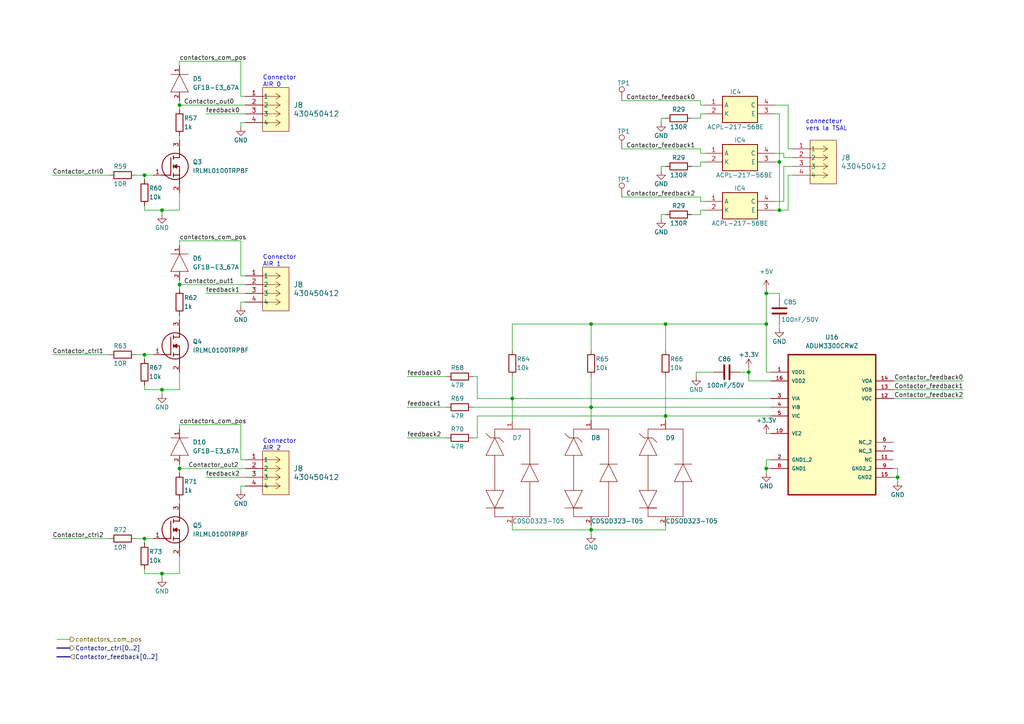
<source format=kicad_sch>
(kicad_sch (version 20230121) (generator eeschema)
  (paper "A4")
  (title_block (title "Contactors") (date "2023-12-29") (rev "V1.0") (company "Valais Wallis Racing Team") (comment 1 "Bétrisey Mattia"))
  (lib_symbols
    (symbol "43045-0412:430450412" (pin_names (offset 0.254))
      (property "Reference" "J" (at 8.89 6.35 0))
      (property "Value" "430450412" (at 7.62 -11.43 0))
      (symbol "430450412_1_1"
        (polyline (pts (xy 10.16 -7.62) (xy 5.08 -7.62)) (stroke (width 0.127)))
        (polyline (pts (xy 10.16 -7.62) (xy 8.89 -8.4667)) (stroke (width 0.127)))
        (polyline (pts (xy 10.16 -7.62) (xy 8.89 -6.7733)) (stroke (width 0.127)))
        (polyline (pts (xy 10.16 -5.08) (xy 5.08 -5.08)) (stroke (width 0.127)))
        (polyline (pts (xy 10.16 -5.08) (xy 8.89 -5.9267)) (stroke (width 0.127)))
        (polyline (pts (xy 10.16 -5.08) (xy 8.89 -4.2333)) (stroke (width 0.127)))
        (polyline (pts (xy 10.16 -2.54) (xy 5.08 -2.54)) (stroke (width 0.127)))
        (polyline (pts (xy 10.16 -2.54) (xy 8.89 -3.3867)) (stroke (width 0.127)))
        (polyline (pts (xy 10.16 -2.54) (xy 8.89 -1.6933)) (stroke (width 0.127)))
        (polyline (pts (xy 10.16 0) (xy 5.08 0)) (stroke (width 0.127)))
        (polyline (pts (xy 10.16 0) (xy 8.89 -0.8467)) (stroke (width 0.127)))
        (polyline (pts (xy 10.16 0) (xy 8.89 0.8467)) (stroke (width 0.127)))
        (rectangle (start 5.08 2.54) (end 12.7 -10.16) (fill (type background)))
        (pin unspecified line (at 0 0 0) (length 5.08) (name "1") (number "1"))
        (pin unspecified line (at 0 -2.54 0) (length 5.08) (name "2") (number "2"))
        (pin unspecified line (at 0 -5.08 0) (length 5.08) (name "3") (number "3"))
        (pin unspecified line (at 0 -7.62 0) (length 5.08) (name "4") (number "4"))
      )
      (symbol "430450412_1_2"
        (polyline (pts (xy 5.08 -10.16) (xy 12.7 -10.16)) (stroke (width 0.127)))
        (polyline (pts (xy 5.08 2.54) (xy 5.08 -10.16)) (stroke (width 0.127)))
        (polyline (pts (xy 7.62 -7.62) (xy 5.08 -7.62)) (stroke (width 0.127)))
        (polyline (pts (xy 7.62 -7.62) (xy 8.89 -8.4667)) (stroke (width 0.127)))
        (polyline (pts (xy 7.62 -7.62) (xy 8.89 -6.7733)) (stroke (width 0.127)))
        (polyline (pts (xy 7.62 -5.08) (xy 5.08 -5.08)) (stroke (width 0.127)))
        (polyline (pts (xy 7.62 -5.08) (xy 8.89 -5.9267)) (stroke (width 0.127)))
        (polyline (pts (xy 7.62 -5.08) (xy 8.89 -4.2333)) (stroke (width 0.127)))
        (polyline (pts (xy 7.62 -2.54) (xy 5.08 -2.54)) (stroke (width 0.127)))
        (polyline (pts (xy 7.62 -2.54) (xy 8.89 -3.3867)) (stroke (width 0.127)))
        (polyline (pts (xy 7.62 -2.54) (xy 8.89 -1.6933)) (stroke (width 0.127)))
        (polyline (pts (xy 7.62 0) (xy 5.08 0)) (stroke (width 0.127)))
        (polyline (pts (xy 7.62 0) (xy 8.89 -0.8467)) (stroke (width 0.127)))
        (polyline (pts (xy 7.62 0) (xy 8.89 0.8467)) (stroke (width 0.127)))
        (polyline (pts (xy 12.7 -10.16) (xy 12.7 2.54)) (stroke (width 0.127)))
        (polyline (pts (xy 12.7 2.54) (xy 5.08 2.54)) (stroke (width 0.127)))
        (pin unspecified line (at 0 0 0) (length 5.08) (name "1") (number "1"))
        (pin unspecified line (at 0 -2.54 0) (length 5.08) (name "2") (number "2"))
        (pin unspecified line (at 0 -5.08 0) (length 5.08) (name "3") (number "3"))
        (pin unspecified line (at 0 -7.62 0) (length 5.08) (name "4") (number "4"))
      )
    )
    (symbol "ACPL-217-56BE:ACPL-217-56BE"
      (property "Reference" "IC" (at 16.51 7.62 0))
      (property "Value" "ACPL-217-56BE" (at 16.51 5.08 0))
      (symbol "ACPL-217-56BE_1_1"
        (rectangle (start 5.08 2.54) (end 15.24 -5.08) (stroke (width 0.254)) (fill (type background)))
        (pin passive line (at 0 0 0) (length 5.08) (name "A") (number "1"))
        (pin passive line (at 0 -2.54 0) (length 5.08) (name "K") (number "2"))
        (pin passive line (at 20.32 -2.54 180) (length 5.08) (name "E") (number "3"))
        (pin passive line (at 20.32 0 180) (length 5.08) (name "C") (number "4"))
      )
    )
    (symbol "ADUM3300CRWZ:ADUM3300CRWZ" (pin_names (offset 1.016))
      (property "Reference" "U" (at -4.5756 19.3702 0))
      (property "Value" "ADUM3300CRWZ" (at -6.1604 -25.9399 0))
      (symbol "ADUM3300CRWZ_0_0"
        (rectangle (start -12.7 -22.86) (end 12.7 17.78) (stroke (width 0.4064)) (fill (type background)))
        (pin passive line (at -17.78 12.7 0) (length 5.08) (name "VDD1") (number "1"))
        (pin passive line (at -17.78 -5.08 0) (length 5.08) (name "VE2") (number "10"))
        (pin passive line (at 17.78 -12.7 180) (length 5.08) (name "NC") (number "11"))
        (pin passive line (at 17.78 5.08 180) (length 5.08) (name "VOC") (number "12"))
        (pin passive line (at 17.78 7.62 180) (length 5.08) (name "VOB") (number "13"))
        (pin passive line (at 17.78 10.16 180) (length 5.08) (name "VOA") (number "14"))
        (pin passive line (at 17.78 -17.78 180) (length 5.08) (name "GND2") (number "15"))
        (pin passive line (at -17.78 10.16 0) (length 5.08) (name "VDD2") (number "16"))
        (pin passive line (at -17.78 -12.7 0) (length 5.08) (name "GND1_2") (number "2"))
        (pin passive line (at -17.78 5.08 0) (length 5.08) (name "VIA") (number "3"))
        (pin passive line (at -17.78 2.54 0) (length 5.08) (name "VIB") (number "4"))
        (pin passive line (at -17.78 0 0) (length 5.08) (name "VIC") (number "5"))
        (pin passive line (at 17.78 -7.62 180) (length 5.08) (name "NC_2") (number "6"))
        (pin passive line (at 17.78 -10.16 180) (length 5.08) (name "NC_3") (number "7"))
        (pin passive line (at -17.78 -15.24 0) (length 5.08) (name "GND1") (number "8"))
        (pin passive line (at 17.78 -15.24 180) (length 5.08) (name "GND2_2") (number "9"))
      )
    )
    (symbol "CDSOD323-T05:CDSOD323-T05" (pin_names (offset 1.016))
      (property "Reference" "D" (at 0 10.16 0))
      (property "Value" "CDSOD323-T05" (at 0 12.7 0))
      (symbol "CDSOD323-T05_1_1"
        (polyline (pts (xy 5.08 -5.08) (xy 5.08 5.08)))
        (polyline (pts (xy 5.08 5.08) (xy 15.24 5.08)))
        (polyline (pts (xy 7.62 -6.35) (xy 6.35 -7.62)))
        (polyline (pts (xy 7.62 -6.35) (xy 7.62 -3.81)))
        (polyline (pts (xy 7.62 -5.08) (xy 5.08 -5.08)))
        (polyline (pts (xy 7.62 -3.81) (xy 8.89 -2.54)))
        (polyline (pts (xy 12.7 -7.62) (xy 7.62 -5.08)))
        (polyline (pts (xy 12.7 -7.62) (xy 12.7 -2.54)))
        (polyline (pts (xy 12.7 -5.08) (xy 22.86 -5.08)))
        (polyline (pts (xy 12.7 -2.54) (xy 7.62 -5.08)))
        (polyline (pts (xy 15.24 5.08) (xy 15.24 2.54)))
        (polyline (pts (xy 15.24 5.08) (xy 15.24 7.62)))
        (polyline (pts (xy 15.24 5.08) (xy 20.32 7.62)))
        (polyline (pts (xy 20.32 2.54) (xy 15.24 5.08)))
        (polyline (pts (xy 20.32 5.08) (xy 30.48 5.08)))
        (polyline (pts (xy 20.32 7.62) (xy 20.32 2.54)))
        (polyline (pts (xy 22.86 -7.62) (xy 27.94 -5.08)))
        (polyline (pts (xy 22.86 -2.54) (xy 22.86 -7.62)))
        (polyline (pts (xy 27.94 -5.08) (xy 22.86 -2.54)))
        (polyline (pts (xy 27.94 -5.08) (xy 27.94 -2.54)))
        (polyline (pts (xy 27.94 -2.54) (xy 27.94 -7.62)))
        (polyline (pts (xy 30.48 -5.08) (xy 27.94 -5.08)))
        (polyline (pts (xy 30.48 5.08) (xy 30.48 -5.08)))
        (pin passive line (at 2.54 0 0) (length 2.54) (name "1") (number "1"))
        (pin passive line (at 33.02 0 180) (length 2.54) (name "2") (number "2"))
      )
    )
    (symbol "Connector:TestPoint" (pin_numbers hide) (pin_names (offset 0.762) hide)
      (property "Reference" "TP" (at 0 6.858 0))
      (property "Value" "TestPoint" (at 0 5.08 0))
      (symbol "TestPoint_0_1"
        (circle (center 0 3.302) (radius 0.762))
      )
      (symbol "TestPoint_1_1"
        (pin passive line (at 0 0 90) (length 2.54) (name "1") (number "1"))
      )
    )
    (symbol "Device:C" (pin_numbers hide) (pin_names (offset 0.254))
      (property "Reference" "C" (at 0.635 2.54 0))
      (property "Value" "C" (at 0.635 -2.54 0))
      (symbol "C_0_1"
        (polyline (pts (xy -2.032 -0.762) (xy 2.032 -0.762)) (stroke (width 0.508)))
        (polyline (pts (xy -2.032 0.762) (xy 2.032 0.762)) (stroke (width 0.508)))
      )
      (symbol "C_1_1"
        (pin passive line (at 0 3.81 270) (length 2.794) (name "~") (number "1"))
        (pin passive line (at 0 -3.81 90) (length 2.794) (name "~") (number "2"))
      )
    )
    (symbol "Device:R" (pin_numbers hide) (pin_names (offset 0))
      (property "Reference" "R" (at 2.032 0 90))
      (property "Value" "R" (at 0 0 90))
      (symbol "R_0_1"
        (rectangle (start -1.016 -2.54) (end 1.016 2.54) (stroke (width 0.254)))
      )
      (symbol "R_1_1"
        (pin passive line (at 0 3.81 270) (length 1.27) (name "~") (number "1"))
        (pin passive line (at 0 -3.81 90) (length 1.27) (name "~") (number "2"))
      )
    )
    (symbol "GF1B-E367A:GF1B-E3_67A" (pin_names (offset 1.016))
      (property "Reference" "D" (at 0 5.08 0))
      (property "Value" "GF1B-E3_67A" (at 0 7.62 0))
      (symbol "GF1B-E3_67A_1_1"
        (polyline (pts (xy 5.08 -2.54) (xy 10.16 0)))
        (polyline (pts (xy 5.08 2.54) (xy 5.08 -2.54)))
        (polyline (pts (xy 5.08 2.54) (xy 10.16 0)))
        (polyline (pts (xy 10.16 2.54) (xy 10.16 -2.54)))
        (pin passive line (at 12.7 0 180) (length 2.54) (name "CATHODE") (number "1"))
        (pin passive line (at 2.54 0 0) (length 2.54) (name "ANODE") (number "2"))
      )
    )
    (symbol "IRLML0100TRPBF:IRLML0100TRPBF" (pin_names hide)
      (property "Reference" "Q" (at 11.43 3.81 0))
      (property "Value" "IRLML0100TRPBF" (at 11.43 1.27 0))
      (symbol "IRLML0100TRPBF_1_1"
        (polyline (pts (xy 2.54 0) (xy 5.08 0)) (stroke (width 0.254)))
        (polyline (pts (xy 5.08 5.08) (xy 5.08 0)) (stroke (width 0.254)))
        (polyline (pts (xy 5.842 -0.508) (xy 5.842 0.508)) (stroke (width 0.254)))
        (polyline (pts (xy 5.842 0) (xy 7.62 0)) (stroke (width 0.254)))
        (polyline (pts (xy 5.842 2.032) (xy 5.842 3.048)) (stroke (width 0.254)))
        (polyline (pts (xy 5.842 5.588) (xy 5.842 4.572)) (stroke (width 0.254)))
        (polyline (pts (xy 7.62 2.54) (xy 5.842 2.54)) (stroke (width 0.254)))
        (polyline (pts (xy 7.62 2.54) (xy 7.62 -2.54)) (stroke (width 0.254)))
        (polyline (pts (xy 7.62 5.08) (xy 5.842 5.08)) (stroke (width 0.254)))
        (polyline (pts (xy 7.62 5.08) (xy 7.62 7.62)) (stroke (width 0.254)))
        (polyline (pts (xy 5.842 2.54) (xy 6.858 3.048) (xy 6.858 2.032) (xy 5.842 2.54)) (stroke (width 0.254)) (fill (type outline)))
        (circle (center 6.35 2.54) (radius 3.81) (stroke (width 0.254)))
        (pin passive line (at 0 0 0) (length 2.54) (name "G") (number "1"))
        (pin passive line (at 7.62 -5.08 90) (length 2.54) (name "S") (number "2"))
        (pin passive line (at 7.62 10.16 270) (length 2.54) (name "D") (number "3"))
      )
    )
    (symbol "bmsPower_Symbols:+3V3_0" (power) (in_bom no) (on_board no)
      (property "Value" "+3V3_0" (at 0 3.302 0))
      (symbol "+3V3_0_0_1"
        (polyline (pts (xy -0.762 1.27) (xy 0 2.54)))
        (polyline (pts (xy 0 0) (xy 0 2.54)))
        (polyline (pts (xy 0 2.54) (xy 0.762 1.27)))
      )
      (symbol "+3V3_0_1_1"
        (pin power_in line (at 0 0 90) (length 0) hide (name "+3.3V") (number "1"))
      )
    )
    (symbol "bmsPower_Symbols:GND_0" (power) (in_bom no) (on_board no)
      (property "Value" "GND_0" (at 0 -4.064 0))
      (symbol "GND_0_0_1"
        (polyline (pts (xy 0 0) (xy 0 -1.27) (xy 1.27 -1.27) (xy 0 -2.54) (xy -1.27 -1.27) (xy 0 -1.27)))
      )
      (symbol "GND_0_1_1"
        (pin power_in line (at 0 0 270) (length 0) hide (name "GND") (number "1"))
      )
    )
    (symbol "power:+5V" (power) (pin_names (offset 0))
      (property "Value" "+5V" (at 0 3.556 0))
      (symbol "+5V_0_1"
        (polyline (pts (xy -0.762 1.27) (xy 0 2.54)))
        (polyline (pts (xy 0 0) (xy 0 2.54)))
        (polyline (pts (xy 0 2.54) (xy 0.762 1.27)))
      )
      (symbol "+5V_1_1"
        (pin power_in line (at 0 0 90) (length 0) hide (name "+5V") (number "1"))
      )
    )
  )
  (junction (at 52.07 30.48))
  (junction (at 226.06 60.96))
  (junction (at 148.59 115.57))
  (junction (at 41.91 156.21))
  (junction (at 171.45 118.11))
  (junction (at 171.45 153.67))
  (junction (at 217.17 107.95))
  (junction (at 52.07 82.55))
  (junction (at 260.35 138.43))
  (junction (at 46.99 113.03))
  (junction (at 193.04 120.65))
  (junction (at 52.07 135.89))
  (junction (at 222.25 135.89))
  (junction (at 41.91 102.87))
  (junction (at 41.91 50.8))
  (junction (at 46.99 60.96))
  (junction (at 226.06 46.99))
  (junction (at 222.25 85.09))
  (junction (at 171.45 93.98))
  (junction (at 222.25 93.98))
  (junction (at 193.04 93.98))
  (junction (at 46.99 166.37))
  (wire (pts (xy 16.51 185.42) (xy 20.32 185.42)))
  (wire (pts (xy 226.06 95.25) (xy 226.06 93.98)))
  (wire (pts (xy 118.11 118.11) (xy 129.54 118.11)))
  (wire (pts (xy 224.79 58.42) (xy 227.33 58.42)))
  (wire (pts (xy 46.99 113.03) (xy 52.07 113.03)))
  (wire (pts (xy 39.37 102.87) (xy 41.91 102.87)))
  (wire (pts (xy 203.2 46.99) (xy 204.47 46.99)))
  (wire (pts (xy 224.79 60.96) (xy 226.06 60.96)))
  (wire (pts (xy 203.2 33.02) (xy 204.47 33.02)))
  (wire (pts (xy 52.07 81.28) (xy 52.07 82.55)))
  (wire (pts (xy 193.04 93.98) (xy 193.04 101.6)))
  (wire (pts (xy 46.99 60.96) (xy 52.07 60.96)))
  (wire (pts (xy 52.07 29.21) (xy 52.07 30.48)))
  (wire (pts (xy 52.07 91.44) (xy 52.07 92.71)))
  (wire (pts (xy 69.85 87.63) (xy 69.85 88.9)))
  (wire (pts (xy 118.11 109.22) (xy 129.54 109.22)))
  (wire (pts (xy 203.2 30.48) (xy 204.47 30.48)))
  (wire (pts (xy 180.34 43.18) (xy 203.2 43.18)))
  (wire (pts (xy 46.99 113.03) (xy 46.99 114.3)))
  (wire (pts (xy 171.45 93.98) (xy 193.04 93.98)))
  (wire (pts (xy 171.45 93.98) (xy 171.45 101.6)))
  (wire (pts (xy 52.07 123.19) (xy 69.85 123.19)))
  (wire (pts (xy 69.85 35.56) (xy 71.12 35.56)))
  (wire (pts (xy 203.2 57.15) (xy 203.2 58.42)))
  (wire (pts (xy 228.6 30.48) (xy 228.6 43.18)))
  (wire (pts (xy 52.07 134.62) (xy 52.07 135.89)))
  (wire (pts (xy 52.07 39.37) (xy 52.07 40.64)))
  (wire (pts (xy 193.04 93.98) (xy 222.25 93.98)))
  (wire (pts (xy 46.99 166.37) (xy 52.07 166.37)))
  (wire (pts (xy 224.79 33.02) (xy 226.06 33.02)))
  (wire (pts (xy 171.45 153.67) (xy 171.45 154.94)))
  (wire (pts (xy 180.34 57.15) (xy 203.2 57.15)))
  (wire (pts (xy 118.11 127) (xy 129.54 127)))
  (wire (pts (xy 52.07 55.88) (xy 52.07 60.96)))
  (wire (pts (xy 222.25 83.82) (xy 222.25 85.09)))
  (wire (pts (xy 203.2 60.96) (xy 203.2 62.23)))
  (wire (pts (xy 69.85 17.78) (xy 69.85 27.94)))
  (wire (pts (xy 226.06 33.02) (xy 226.06 46.99)))
  (wire (pts (xy 46.99 60.96) (xy 46.99 62.23)))
  (wire (pts (xy 222.25 133.35) (xy 222.25 135.89)))
  (wire (pts (xy 260.35 135.89) (xy 260.35 138.43)))
  (wire (pts (xy 171.45 153.67) (xy 193.04 153.67)))
  (wire (pts (xy 59.69 138.43) (xy 71.12 138.43)))
  (wire (pts (xy 52.07 135.89) (xy 71.12 135.89)))
  (wire (pts (xy 138.43 109.22) (xy 138.43 115.57)))
  (wire (pts (xy 148.59 93.98) (xy 171.45 93.98)))
  (wire (pts (xy 217.17 107.95) (xy 217.17 110.49)))
  (wire (pts (xy 69.85 140.97) (xy 69.85 142.24)))
  (wire (pts (xy 203.2 33.02) (xy 203.2 34.29)))
  (wire (pts (xy 148.59 152.4) (xy 148.59 153.67)))
  (wire (pts (xy 259.08 113.03) (xy 279.4 113.03)))
  (wire (pts (xy 193.04 152.4) (xy 193.04 153.67)))
  (wire (pts (xy 69.85 133.35) (xy 71.12 133.35)))
  (wire (pts (xy 227.33 45.72) (xy 227.33 44.45)))
  (wire (pts (xy 69.85 35.56) (xy 69.85 36.83)))
  (wire (pts (xy 191.77 62.23) (xy 191.77 63.5)))
  (wire (pts (xy 200.66 62.23) (xy 203.2 62.23)))
  (wire (pts (xy 203.2 46.99) (xy 203.2 48.26)))
  (wire (pts (xy 15.24 50.8) (xy 31.75 50.8)))
  (wire (pts (xy 52.07 107.95) (xy 52.07 113.03)))
  (wire (pts (xy 137.16 118.11) (xy 171.45 118.11)))
  (wire (pts (xy 41.91 50.8) (xy 41.91 52.07)))
  (wire (pts (xy 52.07 135.89) (xy 52.07 137.16)))
  (wire (pts (xy 41.91 102.87) (xy 44.45 102.87)))
  (wire (pts (xy 259.08 135.89) (xy 260.35 135.89)))
  (wire (pts (xy 52.07 161.29) (xy 52.07 166.37)))
  (wire (pts (xy 52.07 82.55) (xy 52.07 83.82)))
  (wire (pts (xy 227.33 48.26) (xy 227.33 58.42)))
  (wire (pts (xy 203.2 44.45) (xy 204.47 44.45)))
  (wire (pts (xy 226.06 85.09) (xy 226.06 86.36)))
  (wire (pts (xy 52.07 144.78) (xy 52.07 146.05)))
  (wire (pts (xy 52.07 17.78) (xy 69.85 17.78)))
  (wire (pts (xy 191.77 62.23) (xy 193.04 62.23)))
  (wire (pts (xy 41.91 60.96) (xy 46.99 60.96)))
  (wire (pts (xy 226.06 46.99) (xy 226.06 60.96)))
  (wire (pts (xy 41.91 165.1) (xy 41.91 166.37)))
  (wire (pts (xy 137.16 109.22) (xy 138.43 109.22)))
  (wire (pts (xy 41.91 156.21) (xy 41.91 157.48)))
  (bus (pts (xy 16.51 187.96) (xy 20.32 187.96)))
  (wire (pts (xy 69.85 123.19) (xy 69.85 133.35)))
  (wire (pts (xy 222.25 135.89) (xy 223.52 135.89)))
  (wire (pts (xy 203.2 43.18) (xy 203.2 44.45)))
  (wire (pts (xy 52.07 17.78) (xy 52.07 19.05)))
  (wire (pts (xy 214.63 107.95) (xy 217.17 107.95)))
  (wire (pts (xy 191.77 34.29) (xy 191.77 35.56)))
  (wire (pts (xy 203.2 29.21) (xy 203.2 30.48)))
  (wire (pts (xy 201.93 109.22) (xy 201.93 107.95)))
  (wire (pts (xy 138.43 115.57) (xy 148.59 115.57)))
  (wire (pts (xy 148.59 93.98) (xy 148.59 101.6)))
  (wire (pts (xy 259.08 138.43) (xy 260.35 138.43)))
  (wire (pts (xy 41.91 59.69) (xy 41.91 60.96)))
  (wire (pts (xy 41.91 166.37) (xy 46.99 166.37)))
  (wire (pts (xy 39.37 50.8) (xy 41.91 50.8)))
  (wire (pts (xy 200.66 48.26) (xy 203.2 48.26)))
  (wire (pts (xy 224.79 30.48) (xy 228.6 30.48)))
  (wire (pts (xy 52.07 30.48) (xy 71.12 30.48)))
  (wire (pts (xy 59.69 33.02) (xy 71.12 33.02)))
  (wire (pts (xy 41.91 102.87) (xy 41.91 104.14)))
  (wire (pts (xy 69.85 27.94) (xy 71.12 27.94)))
  (wire (pts (xy 137.16 127) (xy 138.43 127)))
  (wire (pts (xy 52.07 69.85) (xy 69.85 69.85)))
  (wire (pts (xy 200.66 34.29) (xy 203.2 34.29)))
  (wire (pts (xy 148.59 115.57) (xy 223.52 115.57)))
  (wire (pts (xy 39.37 156.21) (xy 41.91 156.21)))
  (wire (pts (xy 171.45 118.11) (xy 171.45 121.92)))
  (wire (pts (xy 222.25 135.89) (xy 222.25 137.16)))
  (wire (pts (xy 148.59 115.57) (xy 148.59 121.92)))
  (wire (pts (xy 148.59 109.22) (xy 148.59 115.57)))
  (wire (pts (xy 52.07 69.85) (xy 52.07 71.12)))
  (wire (pts (xy 52.07 123.19) (xy 52.07 124.46)))
  (wire (pts (xy 193.04 120.65) (xy 223.52 120.65)))
  (wire (pts (xy 191.77 34.29) (xy 193.04 34.29)))
  (wire (pts (xy 217.17 106.68) (xy 217.17 107.95)))
  (wire (pts (xy 193.04 120.65) (xy 193.04 121.92)))
  (wire (pts (xy 203.2 58.42) (xy 204.47 58.42)))
  (wire (pts (xy 15.24 156.21) (xy 31.75 156.21)))
  (wire (pts (xy 171.45 152.4) (xy 171.45 153.67)))
  (wire (pts (xy 191.77 48.26) (xy 193.04 48.26)))
  (wire (pts (xy 222.25 85.09) (xy 226.06 85.09)))
  (bus (pts (xy 16.51 190.5) (xy 20.32 190.5)))
  (wire (pts (xy 41.91 50.8) (xy 44.45 50.8)))
  (wire (pts (xy 259.08 110.49) (xy 279.4 110.49)))
  (wire (pts (xy 227.33 44.45) (xy 224.79 44.45)))
  (wire (pts (xy 52.07 30.48) (xy 52.07 31.75)))
  (wire (pts (xy 138.43 120.65) (xy 193.04 120.65)))
  (wire (pts (xy 52.07 82.55) (xy 71.12 82.55)))
  (wire (pts (xy 260.35 138.43) (xy 260.35 139.7)))
  (wire (pts (xy 201.93 107.95) (xy 207.01 107.95)))
  (wire (pts (xy 148.59 153.67) (xy 171.45 153.67)))
  (wire (pts (xy 41.91 111.76) (xy 41.91 113.03)))
  (wire (pts (xy 222.25 107.95) (xy 223.52 107.95)))
  (wire (pts (xy 59.69 85.09) (xy 71.12 85.09)))
  (wire (pts (xy 138.43 127) (xy 138.43 120.65)))
  (wire (pts (xy 46.99 166.37) (xy 46.99 167.64)))
  (wire (pts (xy 171.45 109.22) (xy 171.45 118.11)))
  (wire (pts (xy 69.85 140.97) (xy 71.12 140.97)))
  (wire (pts (xy 180.34 29.21) (xy 203.2 29.21)))
  (wire (pts (xy 228.6 43.18) (xy 229.87 43.18)))
  (wire (pts (xy 222.25 133.35) (xy 223.52 133.35)))
  (wire (pts (xy 15.24 102.87) (xy 31.75 102.87)))
  (wire (pts (xy 222.25 85.09) (xy 222.25 93.98)))
  (wire (pts (xy 193.04 109.22) (xy 193.04 120.65)))
  (wire (pts (xy 191.77 48.26) (xy 191.77 49.53)))
  (wire (pts (xy 41.91 113.03) (xy 46.99 113.03)))
  (wire (pts (xy 259.08 115.57) (xy 279.4 115.57)))
  (wire (pts (xy 69.85 80.01) (xy 71.12 80.01)))
  (wire (pts (xy 171.45 118.11) (xy 223.52 118.11)))
  (wire (pts (xy 41.91 156.21) (xy 44.45 156.21)))
  (wire (pts (xy 222.25 93.98) (xy 222.25 107.95)))
  (wire (pts (xy 69.85 87.63) (xy 71.12 87.63)))
  (wire (pts (xy 222.25 125.73) (xy 223.52 125.73)))
  (wire (pts (xy 228.6 50.8) (xy 228.6 60.96)))
  (wire (pts (xy 227.33 45.72) (xy 229.87 45.72)))
  (wire (pts (xy 228.6 50.8) (xy 229.87 50.8)))
  (wire (pts (xy 226.06 60.96) (xy 228.6 60.96)))
  (wire (pts (xy 227.33 48.26) (xy 229.87 48.26)))
  (wire (pts (xy 224.79 46.99) (xy 226.06 46.99)))
  (wire (pts (xy 203.2 60.96) (xy 204.47 60.96)))
  (wire (pts (xy 217.17 110.49) (xy 223.52 110.49)))
  (wire (pts (xy 69.85 69.85) (xy 69.85 80.01)))
  (text "connecteur\nvers la TSAL" (at 233.68 38.1 0) (effects (font (size 1.27 1.27)) (justify left bottom)))
  (text "Connector\nAIR 2" (at 76.2 130.81 0) (effects (font (size 1.27 1.27)) (justify left bottom)))
  (text "Connector\nAIR 1" (at 76.2 77.47 0) (effects (font (size 1.27 1.27)) (justify left bottom)))
  (text "Connector\nAIR 0" (at 76.2 25.4 0) (effects (font (size 1.27 1.27)) (justify left bottom)))
  (label "feedback0" (at 59.69 33.02 0))
  (label "Contactor_ctrl2" (at 15.24 156.21 0))
  (label "Contactor_out2" (at 54.61 135.89 0))
  (label "feedback2" (at 118.11 127 0))
  (label "feedback2" (at 59.69 138.43 0))
  (label "Contactor_feedback0" (at 279.4 110.49 180))
  (label "Contactor_feedback2" (at 181.61 57.15 0))
  (label "Contactor_out1" (at 53.34 82.55 0))
  (label "contactors_com_pos" (at 52.07 69.85 0))
  (label "Contactor_ctrl1" (at 15.24 102.87 0))
  (label "feedback0" (at 118.11 109.22 0))
  (label "feedback1" (at 59.69 85.09 0))
  (label "contactors_com_pos" (at 52.07 17.78 0))
  (label "contactors_com_pos" (at 52.07 123.19 0))
  (label "Contactor_ctrl0" (at 15.24 50.8 0))
  (label "Contactor_feedback2" (at 279.4 115.57 180))
  (label "Contactor_feedback0" (at 181.61 29.21 0))
  (label "Contactor_feedback1" (at 279.4 113.03 180))
  (label "Contactor_out0" (at 53.34 30.48 0))
  (label "Contactor_feedback1" (at 181.61 43.18 0))
  (label "feedback1" (at 118.11 118.11 0))
  (hierarchical_label "Contactor_feedback[0..2]" (shape input) (at 20.32 190.5 0))
  (hierarchical_label "Contactor_ctrl[0..2]" (shape output) (at 20.32 187.96 0))
  (hierarchical_label "contactors_com_pos" (shape output) (at 20.32 185.42 0))
  (symbol (lib_id "bmsPower_Symbols:GND_0") (at 201.93 109.22 0) (unit 1) (in_bom no) (on_board no)
    (property "Reference" "#PWR0144" (effects hide))
    (property "Value" "GND_0" (at 201.93 113.03 0))
  )
  (symbol (lib_id "43045-0412:430450412") (at 229.87 43.18 0) (unit 1)
    (property "Reference" "J8" (at 243.84 45.72 0) (effects (font (size 1.524 1.524)) (justify left)))
    (property "Value" "430450412" (at 243.84 48.26 0) (effects (font (size 1.524 1.524)) (justify left)))
    (property "Footprint" "43045-0412:CON_430450412_MOL" (effects hide))
    (property "Datasheet" "430450412" (effects hide))
    (instances (project "BMS-Master" (path "" (reference "J8") (unit 1)) (path "" (reference "J12") (unit 1)) (path "" (reference "J17") (unit 1))))
  )
  (symbol (lib_id "bmsPower_Symbols:GND_0") (at 226.06 95.25 0) (unit 1) (in_bom no) (on_board no)
    (property "Reference" "#PWR0142" (effects hide))
    (property "Value" "GND_0" (at 226.06 99.06 0))
  )
  (symbol (lib_id "CDSOD323-T05:CDSOD323-T05") (at 171.45 119.38 270) (unit 1)
    (property "Reference" "D8" (at 171.45 127 90) (effects (justify left)))
    (property "Value" "CDSOD323-T05" (at 171.45 151.13 90) (effects (justify left)))
    (property "Footprint" "CDSOD323-T05:Bourns_Inc.-SOD-323-0-0-IPC_B" (effects hide))
    (property "Datasheet" "https://www.bourns.com/docs/product-datasheets/cdsod323-txxc.pdf?sfvrsn=7112114e_10" (effects hide))
    (property "automotive" "No" (effects hide))
    (property "breakdown voltage" "6V" (effects hide))
    (property "capacitance" "3pF" (effects hide))
    (property "category" "Diode" (effects hide))
    (property "clamping voltage" "9.8V" (effects hide))
    (property "device class L1" "Circuit Protection" (effects hide))
    (property "device class L2" "TVS Diodes" (effects hide))
    (property "device class L3" "unset" (effects hide))
    (property "digikey description" "TVS DIODE 5V 18.3V SOD323" (effects hide))
    (property "digikey part number" "CDSOD323-T05CT-ND" (effects hide))
    (property "direction" "Unidirectional" (effects hide))
    (property "height" "1.14mm" (effects hide))
    (property "ipc land pattern name" "SOD254130X103-2" (effects hide))
    (property "lead free" "Yes" (effects hide))
    (property "library id" "d20be658d37a7647" (effects hide))
    (property "manufacturer" "Bourns Inc." (effects hide))
    (property "max junction temp" "+150°C" (effects hide))
    (property "mouser description" "Transient Voltage Suppressor, TVS, CDSOD323 Series, Unidirectional, 5 V, SOD-323, 2, 6 V" (effects hide))
    (property "mouser part number" "652-CDSOD323-T05" (effects hide))
    (property "number of channels" "1" (effects hide))
    (property "package" "SOD-323" (effects hide))
    (property "peak pulse current" "17A" (effects hide))
    (property "peak pulse power" "350W" (effects hide))
    (property "reverse standoff voltage" "5V" (effects hide))
    (property "rohs" "Yes" (effects hide))
    (property "temperature range high" "+150°C" (effects hide))
    (property "temperature range low" "-55°C" (effects hide))
  )
  (symbol (lib_id "bmsPower_Symbols:GND_0") (at 46.99 114.3 0) (unit 1) (in_bom no) (on_board no)
    (property "Reference" "#PWR0145" (effects hide))
    (property "Value" "GND_0" (at 46.99 118.11 0))
  )
  (symbol (lib_id "bmsPower_Symbols:GND_0") (at 69.85 142.24 0) (unit 1) (in_bom no) (on_board no)
    (property "Reference" "#PWR0149" (effects hide))
    (property "Value" "GND_0" (at 69.85 146.05 0))
  )
  (symbol (lib_id "Device:R") (at 52.07 140.97 0) (unit 1)
    (property "Reference" "R71" (at 53.34 139.7 0) (effects (justify left)))
    (property "Value" "1k" (at 53.34 142.24 0) (effects (justify left)))
    (property "Footprint" "Resistor_SMD:R_0603_1608Metric" (effects hide))
  )
  (symbol (lib_id "ADUM3300CRWZ:ADUM3300CRWZ") (at 241.3 120.65 0) (unit 1)
    (property "Reference" "U16" (at 241.3 97.79 0))
    (property "Value" "ADUM3300CRWZ" (at 241.3 100.33 0))
    (property "Footprint" "ADUM3300CRWZ:SOIC127P1032X265-16N" (effects hide))
    (property "MF" "Analog Devices" (effects hide))
    (property "Description" "\nTriple-Channel, Digital Isolator, Enhanced System-Level ESD Reliability (3/0 channel directionality)\n" (effects hide))
    (property "PACKAGE" "16-Lead SOIC_W" (effects hide))
    (property "MPN" "ADUM3300CRWZ" (effects hide))
    (property "Price" "None" (effects hide))
    (property "Package" "SOIC -16 Analog Devices" (effects hide))
    (property "OC_FARNELL" "unknown" (effects hide))
    (property "SnapEDA_Link" "https://www.snapeda.com/parts/ADUM3300CRWZ/Analog+Devices/view-part/?ref=snap" (effects hide))
    (property "MP" "ADUM3300CRWZ" (effects hide))
    (property "Purchase-URL" "https://www.snapeda.com/api/url_track_click_mouser/?unipart_id=201119&manufacturer=Analog Devices&part_name=ADUM3300CRWZ&search_term=None" (effects hide))
    (property "SUPPLIER" "Analog Devices" (effects hide))
    (property "OC_NEWARK" "19M0760" (effects hide))
    (property "Availability" "In Stock" (effects hide))
    (property "Check_prices" "https://www.snapeda.com/parts/ADUM3300CRWZ/Analog+Devices/view-part/?ref=eda" (effects hide))
  )
  (symbol (lib_id "bmsPower_Symbols:GND_0") (at 46.99 62.23 0) (unit 1) (in_bom no) (on_board no)
    (property "Reference" "#PWR0138" (effects hide))
    (property "Value" "GND_0" (at 46.99 66.04 0))
  )
  (symbol (lib_id "CDSOD323-T05:CDSOD323-T05") (at 193.04 119.38 270) (unit 1)
    (property "Reference" "D9" (at 193.04 127 90) (effects (justify left)))
    (property "Value" "CDSOD323-T05" (at 193.04 151.13 90) (effects (justify left)))
    (property "Footprint" "CDSOD323-T05:Bourns_Inc.-SOD-323-0-0-IPC_B" (effects hide))
    (property "Datasheet" "https://www.bourns.com/docs/product-datasheets/cdsod323-txxc.pdf?sfvrsn=7112114e_10" (effects hide))
    (property "automotive" "No" (effects hide))
    (property "breakdown voltage" "6V" (effects hide))
    (property "capacitance" "3pF" (effects hide))
    (property "category" "Diode" (effects hide))
    (property "clamping voltage" "9.8V" (effects hide))
    (property "device class L1" "Circuit Protection" (effects hide))
    (property "device class L2" "TVS Diodes" (effects hide))
    (property "device class L3" "unset" (effects hide))
    (property "digikey description" "TVS DIODE 5V 18.3V SOD323" (effects hide))
    (property "digikey part number" "CDSOD323-T05CT-ND" (effects hide))
    (property "direction" "Unidirectional" (effects hide))
    (property "height" "1.14mm" (effects hide))
    (property "ipc land pattern name" "SOD254130X103-2" (effects hide))
    (property "lead free" "Yes" (effects hide))
    (property "library id" "d20be658d37a7647" (effects hide))
    (property "manufacturer" "Bourns Inc." (effects hide))
    (property "max junction temp" "+150°C" (effects hide))
    (property "mouser description" "Transient Voltage Suppressor, TVS, CDSOD323 Series, Unidirectional, 5 V, SOD-323, 2, 6 V" (effects hide))
    (property "mouser part number" "652-CDSOD323-T05" (effects hide))
    (property "number of channels" "1" (effects hide))
    (property "package" "SOD-323" (effects hide))
    (property "peak pulse current" "17A" (effects hide))
    (property "peak pulse power" "350W" (effects hide))
    (property "reverse standoff voltage" "5V" (effects hide))
    (property "rohs" "Yes" (effects hide))
    (property "temperature range high" "+150°C" (effects hide))
    (property "temperature range low" "-55°C" (effects hide))
  )
  (symbol (lib_id "Device:C") (at 226.06 90.17 180) (unit 1)
    (property "Reference" "C85" (at 231.14 87.63 0) (effects (justify left)))
    (property "Value" "100nF/50V" (at 237.49 92.71 0) (effects (justify left)))
    (property "Footprint" "Capacitor_SMD:C_0603_1608Metric" (effects hide))
  )
  (symbol (lib_id "Device:R") (at 35.56 50.8 90) (unit 1)
    (property "Reference" "R59" (at 36.83 48.26 90) (effects (justify left)))
    (property "Value" "10R" (at 36.83 53.34 90) (effects (justify left)))
    (property "Footprint" "Resistor_SMD:R_0603_1608Metric" (effects hide))
  )
  (symbol (lib_id "Device:R") (at 196.85 48.26 90) (unit 1)
    (property "Reference" "R29" (at 196.85 45.72 90))
    (property "Value" "130R" (at 196.85 50.8 90))
    (property "Footprint" "Resistor_SMD:R_0603_1608Metric" (effects hide))
    (instances (project "BMS-Master" (path "" (reference "R29") (unit 1)) (path "" (reference "R58") (unit 1))))
  )
  (symbol (lib_id "Device:R") (at 133.35 127 90) (unit 1)
    (property "Reference" "R70" (at 134.62 124.46 90) (effects (justify left)))
    (property "Value" "47R" (at 134.62 129.54 90) (effects (justify left)))
    (property "Footprint" "Resistor_SMD:R_0603_1608Metric" (effects hide))
  )
  (symbol (lib_id "Device:C") (at 210.82 107.95 90) (unit 1)
    (property "Reference" "C86" (at 212.09 104.14 90) (effects (justify left)))
    (property "Value" "100nF/50V" (at 215.9 111.76 90) (effects (justify left)))
    (property "Footprint" "Capacitor_SMD:C_0603_1608Metric" (effects hide))
  )
  (symbol (lib_id "bmsPower_Symbols:GND_0") (at 46.99 167.64 0) (unit 1) (in_bom no) (on_board no)
    (property "Reference" "#PWR0151" (effects hide))
    (property "Value" "GND_0" (at 46.99 171.45 0))
  )
  (symbol (lib_id "IRLML0100TRPBF:IRLML0100TRPBF") (at 44.45 156.21 0) (unit 1)
    (property "Reference" "Q5" (at 55.88 152.4 0) (effects (justify left)))
    (property "Value" "IRLML0100TRPBF" (at 55.88 154.94 0) (effects (justify left)))
    (property "Footprint" "IRLML0100TRPBF:SOT95P237X112-3N" (effects hide))
    (property "Datasheet" "http://www.infineon.com/dgdl/irlml0100pbf.pdf?fileId=5546d462533600a4015356649d9225e8" (effects hide))
    (property "Height" "1.12" (effects hide))
    (property "Manufacturer_Name" "Infineon" (effects hide))
    (property "Manufacturer_Part_Number" "IRLML0100TRPBF" (effects hide))
    (property "Mouser Part Number" "942-IRLML0100TRPBF" (effects hide))
    (property "Mouser Price/Stock" "https://www.mouser.co.uk/ProductDetail/Infineon-Technologies/IRLML0100TRPBF?qs=9%252BKlkBgLFf11XyHQVo8PPw%3D%3D" (effects hide))
    (property "Arrow Part Number" "IRLML0100TRPBF" (effects hide))
    (property "Arrow Price/Stock" "https://www.arrow.com/en/products/irlml0100trpbf/infineon-technologies-ag?region=europe" (effects hide))
  )
  (symbol (lib_id "Connector:TestPoint") (at 180.34 29.21 0) (unit 1)
    (property "Reference" "TP1" (at 179.07 24.13 0) (effects (justify left)))
    (property "Value" "TestPoint" (effects hide))
    (property "Footprint" "TestPoint:TestPoint_Keystone_5000-5004_Miniature" (effects hide))
    (instances (project "BMS-Master" (path "" (reference "TP1") (unit 1)) (path "" (reference "TP24") (unit 1))))
  )
  (symbol (lib_id "43045-0412:430450412") (at 71.12 27.94 0) (unit 1)
    (property "Reference" "J8" (at 85.09 30.48 0) (effects (font (size 1.524 1.524)) (justify left)))
    (property "Value" "430450412" (at 85.09 33.02 0) (effects (font (size 1.524 1.524)) (justify left)))
    (property "Footprint" "43045-0412:CON_430450412_MOL" (effects hide))
    (property "Datasheet" "430450412" (effects hide))
    (instances (project "BMS-Master" (path "" (reference "J8") (unit 1)) (path "" (reference "J12") (unit 1)) (path "" (reference "J16") (unit 1))))
  )
  (symbol (lib_id "bmsPower_Symbols:+3V3_0") (at 217.17 106.68 0) (unit 1) (in_bom no) (on_board no)
    (property "Reference" "#PWR0143" (effects hide))
    (property "Value" "+3V3_0" (at 217.17 102.87 0))
  )
  (symbol (lib_id "GF1B-E367A:GF1B-E3_67A") (at 52.07 31.75 90) (unit 1)
    (property "Reference" "D5" (at 55.88 22.86 90) (effects (justify right)))
    (property "Value" "GF1B-E3_67A" (at 55.88 25.4 90) (effects (justify right)))
    (property "Footprint" "GF1B-E367A:Diode_GF1B-E367A" (effects hide))
    (property "Datasheet" "http://www.vishay.com/docs/88617/gf1.pdf" (effects hide))
    (property "automotive" "Yes" (effects hide))
    (property "automotive grade" "Grade 0" (effects hide))
    (property "capacitance" "15pF" (effects hide))
    (property "category" "Diode" (effects hide))
    (property "device class L1" "Discrete Semiconductors" (effects hide))
    (property "device class L2" "Diodes" (effects hide))
    (property "device class L3" "Rectifier Diodes" (effects hide))
    (property "digikey description" "DIODE GEN PURP 100V 1A DO214BA" (effects hide))
    (property "digikey part number" "GF1B-E3/67AGICT-ND" (effects hide))
    (property "forward current" "1A" (effects hide))
    (property "height" "3mm" (effects hide))
    (property "lead free" "Yes" (effects hide))
    (property "library id" "f5e6eeea32991e6a" (effects hide))
    (property "manufacturer" "Vishay" (effects hide))
    (property "max junction temp" "+175°C" (effects hide))
    (property "max repetitive reverse voltage" "100V" (effects hide))
    (property "max surge forward current" "30A" (effects hide))
    (property "mouser description" "Diode Standard Recovery Rectifier 100V 1A 2-Pin DO-214BA T/R" (effects hide))
    (property "mouser part number" "625-GF1B-E3" (effects hide))
    (property "package" "DO-214BA" (effects hide))
    (property "peak reverse current" "5uA" (effects hide))
    (property "rohs" "Yes" (effects hide))
    (property "standoff height" "0.152mm" (effects hide))
    (property "temperature range high" "+175°C" (effects hide))
    (property "temperature range low" "-65°C" (effects hide))
  )
  (symbol (lib_id "bmsPower_Symbols:GND_0") (at 69.85 88.9 0) (unit 1) (in_bom no) (on_board no)
    (property "Reference" "#PWR0141" (effects hide))
    (property "Value" "GND_0" (at 69.85 92.71 0))
  )
  (symbol (lib_id "Device:R") (at 171.45 105.41 0) (unit 1)
    (property "Reference" "R65" (at 172.72 104.14 0) (effects (justify left)))
    (property "Value" "10k" (at 172.72 106.68 0) (effects (justify left)))
    (property "Footprint" "Resistor_SMD:R_0603_1608Metric" (effects hide))
  )
  (symbol (lib_id "bmsPower_Symbols:GND_0") (at 222.25 137.16 0) (unit 1) (in_bom no) (on_board no)
    (property "Reference" "#PWR0147" (effects hide))
    (property "Value" "GND_0" (at 222.25 140.97 0))
  )
  (symbol (lib_id "bmsPower_Symbols:+3V3_0") (at 222.25 125.73 0) (unit 1) (in_bom no) (on_board no)
    (property "Reference" "#PWR0146" (effects hide))
    (property "Value" "+3V3_0" (at 222.25 121.92 0))
  )
  (symbol (lib_id "power:+5V") (at 222.25 83.82 0) (unit 1)
    (property "Reference" "#PWR0140" (effects hide))
    (property "Value" "+5V" (at 222.25 78.74 0))
  )
  (symbol (lib_id "ACPL-217-56BE:ACPL-217-56BE") (at 204.47 44.45 0) (unit 1)
    (property "Reference" "IC4" (at 214.63 40.64 0))
    (property "Value" "ACPL-217-56BE" (at 215.9 50.8 0))
    (property "Footprint" "ACPL-217:SOIC127P700X242-4N" (effects hide))
    (property "Datasheet" "https://componentsearchengine.com/Datasheets/2/ACPL-217-56BE.pdf" (effects hide))
    (property "Height" "2.42" (effects hide))
    (property "Manufacturer_Name" "Avago Technologies" (effects hide))
    (property "Manufacturer_Part_Number" "ACPL-217-56BE" (effects hide))
    (property "Mouser Part Number" "630-ACPL-217-56BE" (effects hide))
    (property "Mouser Price/Stock" "https://www.mouser.co.uk/ProductDetail/Broadcom-Avago/ACPL-217-56BE?qs=dcm2zoLQumABa%2FcMDS685Q%3D%3D" (effects hide))
    (instances (project "BMS-Slave" (path "" (reference "IC4") (unit 1)) (path "" (reference "IC18") (unit 1))) (project "BMS-Master" (path "" (reference "IC8") (unit 1)) (path "" (reference "IC12") (unit 1))))
  )
  (symbol (lib_id "ACPL-217-56BE:ACPL-217-56BE") (at 204.47 58.42 0) (unit 1)
    (property "Reference" "IC4" (at 214.63 54.61 0))
    (property "Value" "ACPL-217-56BE" (at 214.63 64.77 0))
    (property "Footprint" "ACPL-217:SOIC127P700X242-4N" (effects hide))
    (property "Datasheet" "https://componentsearchengine.com/Datasheets/2/ACPL-217-56BE.pdf" (effects hide))
    (property "Height" "2.42" (effects hide))
    (property "Manufacturer_Name" "Avago Technologies" (effects hide))
    (property "Manufacturer_Part_Number" "ACPL-217-56BE" (effects hide))
    (property "Mouser Part Number" "630-ACPL-217-56BE" (effects hide))
    (property "Mouser Price/Stock" "https://www.mouser.co.uk/ProductDetail/Broadcom-Avago/ACPL-217-56BE?qs=dcm2zoLQumABa%2FcMDS685Q%3D%3D" (effects hide))
    (instances (project "BMS-Slave" (path "" (reference "IC4") (unit 1)) (path "" (reference "IC18") (unit 1))) (project "BMS-Master" (path "" (reference "IC8") (unit 1)) (path "" (reference "IC13") (unit 1))))
  )
  (symbol (lib_id "Device:R") (at 52.07 35.56 0) (unit 1)
    (property "Reference" "R57" (at 53.34 34.29 0) (effects (justify left)))
    (property "Value" "1k" (at 53.34 36.83 0) (effects (justify left)))
    (property "Footprint" "Resistor_SMD:R_0603_1608Metric" (effects hide))
  )
  (symbol (lib_id "Device:R") (at 41.91 55.88 0) (unit 1)
    (property "Reference" "R60" (at 43.18 54.61 0) (effects (justify left)))
    (property "Value" "10k" (at 43.18 57.15 0) (effects (justify left)))
    (property "Footprint" "Resistor_SMD:R_0603_1608Metric" (effects hide))
  )
  (symbol (lib_id "Device:R") (at 52.07 87.63 0) (unit 1)
    (property "Reference" "R62" (at 53.34 86.36 0) (effects (justify left)))
    (property "Value" "1k" (at 53.34 88.9 0) (effects (justify left)))
    (property "Footprint" "Resistor_SMD:R_0603_1608Metric" (effects hide))
  )
  (symbol (lib_id "bmsPower_Symbols:GND_0") (at 69.85 36.83 0) (unit 1) (in_bom no) (on_board no)
    (property "Reference" "#PWR0136" (effects hide))
    (property "Value" "GND_0" (at 69.85 40.64 0))
  )
  (symbol (lib_id "Device:R") (at 193.04 105.41 0) (unit 1)
    (property "Reference" "R66" (at 194.31 104.14 0) (effects (justify left)))
    (property "Value" "10k" (at 194.31 106.68 0) (effects (justify left)))
    (property "Footprint" "Resistor_SMD:R_0603_1608Metric" (effects hide))
  )
  (symbol (lib_id "bmsPower_Symbols:GND_0") (at 191.77 63.5 0) (unit 1) (in_bom no) (on_board no)
    (property "Reference" "#PWR0139" (effects hide))
    (property "Value" "GND_0" (at 191.77 67.31 0))
  )
  (symbol (lib_id "43045-0412:430450412") (at 71.12 80.01 0) (unit 1)
    (property "Reference" "J8" (at 85.09 82.55 0) (effects (font (size 1.524 1.524)) (justify left)))
    (property "Value" "430450412" (at 85.09 85.09 0) (effects (font (size 1.524 1.524)) (justify left)))
    (property "Footprint" "43045-0412:CON_430450412_MOL" (effects hide))
    (property "Datasheet" "430450412" (effects hide))
    (instances (project "BMS-Master" (path "" (reference "J8") (unit 1)) (path "" (reference "J12") (unit 1)) (path "" (reference "J18") (unit 1))))
  )
  (symbol (lib_id "Device:R") (at 133.35 118.11 90) (unit 1)
    (property "Reference" "R69" (at 134.62 115.57 90) (effects (justify left)))
    (property "Value" "47R" (at 134.62 120.65 90) (effects (justify left)))
    (property "Footprint" "Resistor_SMD:R_0603_1608Metric" (effects hide))
  )
  (symbol (lib_id "IRLML0100TRPBF:IRLML0100TRPBF") (at 44.45 50.8 0) (unit 1)
    (property "Reference" "Q3" (at 55.88 46.99 0) (effects (justify left)))
    (property "Value" "IRLML0100TRPBF" (at 55.88 49.53 0) (effects (justify left)))
    (property "Footprint" "IRLML0100TRPBF:SOT95P237X112-3N" (effects hide))
    (property "Datasheet" "http://www.infineon.com/dgdl/irlml0100pbf.pdf?fileId=5546d462533600a4015356649d9225e8" (effects hide))
    (property "Height" "1.12" (effects hide))
    (property "Manufacturer_Name" "Infineon" (effects hide))
    (property "Manufacturer_Part_Number" "IRLML0100TRPBF" (effects hide))
    (property "Mouser Part Number" "942-IRLML0100TRPBF" (effects hide))
    (property "Mouser Price/Stock" "https://www.mouser.co.uk/ProductDetail/Infineon-Technologies/IRLML0100TRPBF?qs=9%252BKlkBgLFf11XyHQVo8PPw%3D%3D" (effects hide))
    (property "Arrow Part Number" "IRLML0100TRPBF" (effects hide))
    (property "Arrow Price/Stock" "https://www.arrow.com/en/products/irlml0100trpbf/infineon-technologies-ag?region=europe" (effects hide))
  )
  (symbol (lib_id "Device:R") (at 41.91 107.95 0) (unit 1)
    (property "Reference" "R67" (at 43.18 106.68 0) (effects (justify left)))
    (property "Value" "10k" (at 43.18 109.22 0) (effects (justify left)))
    (property "Footprint" "Resistor_SMD:R_0603_1608Metric" (effects hide))
  )
  (symbol (lib_id "bmsPower_Symbols:GND_0") (at 191.77 35.56 0) (unit 1) (in_bom no) (on_board no)
    (property "Reference" "#PWR0135" (effects hide))
    (property "Value" "GND_0" (at 191.77 39.37 0))
  )
  (symbol (lib_id "Device:R") (at 196.85 62.23 90) (unit 1)
    (property "Reference" "R29" (at 196.85 59.69 90))
    (property "Value" "130R" (at 196.85 64.77 90))
    (property "Footprint" "Resistor_SMD:R_0603_1608Metric" (effects hide))
    (instances (project "BMS-Master" (path "" (reference "R29") (unit 1)) (path "" (reference "R61") (unit 1))))
  )
  (symbol (lib_id "43045-0412:430450412") (at 71.12 133.35 0) (unit 1)
    (property "Reference" "J8" (at 85.09 135.89 0) (effects (font (size 1.524 1.524)) (justify left)))
    (property "Value" "430450412" (at 85.09 138.43 0) (effects (font (size 1.524 1.524)) (justify left)))
    (property "Footprint" "43045-0412:CON_430450412_MOL" (effects hide))
    (property "Datasheet" "430450412" (effects hide))
    (instances (project "BMS-Master" (path "" (reference "J8") (unit 1)) (path "" (reference "J12") (unit 1)) (path "" (reference "J19") (unit 1))))
  )
  (symbol (lib_id "Device:R") (at 196.85 34.29 90) (unit 1)
    (property "Reference" "R29" (at 196.85 31.75 90))
    (property "Value" "130R" (at 196.85 36.83 90))
    (property "Footprint" "Resistor_SMD:R_0603_1608Metric" (effects hide))
    (instances (project "BMS-Master" (path "" (reference "R29") (unit 1)) (path "" (reference "R56") (unit 1))))
  )
  (symbol (lib_id "CDSOD323-T05:CDSOD323-T05") (at 148.59 119.38 270) (unit 1)
    (property "Reference" "D7" (at 148.59 127 90) (effects (justify left)))
    (property "Value" "CDSOD323-T05" (at 148.59 151.13 90) (effects (justify left)))
    (property "Footprint" "CDSOD323-T05:Bourns_Inc.-SOD-323-0-0-IPC_B" (effects hide))
    (property "Datasheet" "https://www.bourns.com/docs/product-datasheets/cdsod323-txxc.pdf?sfvrsn=7112114e_10" (effects hide))
    (property "automotive" "No" (effects hide))
    (property "breakdown voltage" "6V" (effects hide))
    (property "capacitance" "3pF" (effects hide))
    (property "category" "Diode" (effects hide))
    (property "clamping voltage" "9.8V" (effects hide))
    (property "device class L1" "Circuit Protection" (effects hide))
    (property "device class L2" "TVS Diodes" (effects hide))
    (property "device class L3" "unset" (effects hide))
    (property "digikey description" "TVS DIODE 5V 18.3V SOD323" (effects hide))
    (property "digikey part number" "CDSOD323-T05CT-ND" (effects hide))
    (property "direction" "Unidirectional" (effects hide))
    (property "height" "1.14mm" (effects hide))
    (property "ipc land pattern name" "SOD254130X103-2" (effects hide))
    (property "lead free" "Yes" (effects hide))
    (property "library id" "d20be658d37a7647" (effects hide))
    (property "manufacturer" "Bourns Inc." (effects hide))
    (property "max junction temp" "+150°C" (effects hide))
    (property "mouser description" "Transient Voltage Suppressor, TVS, CDSOD323 Series, Unidirectional, 5 V, SOD-323, 2, 6 V" (effects hide))
    (property "mouser part number" "652-CDSOD323-T05" (effects hide))
    (property "number of channels" "1" (effects hide))
    (property "package" "SOD-323" (effects hide))
    (property "peak pulse current" "17A" (effects hide))
    (property "peak pulse power" "350W" (effects hide))
    (property "reverse standoff voltage" "5V" (effects hide))
    (property "rohs" "Yes" (effects hide))
    (property "temperature range high" "+150°C" (effects hide))
    (property "temperature range low" "-55°C" (effects hide))
  )
  (symbol (lib_id "Device:R") (at 35.56 102.87 90) (unit 1)
    (property "Reference" "R63" (at 36.83 100.33 90) (effects (justify left)))
    (property "Value" "10R" (at 36.83 105.41 90) (effects (justify left)))
    (property "Footprint" "Resistor_SMD:R_0603_1608Metric" (effects hide))
  )
  (symbol (lib_id "Device:R") (at 148.59 105.41 0) (unit 1)
    (property "Reference" "R64" (at 149.86 104.14 0) (effects (justify left)))
    (property "Value" "10k" (at 149.86 106.68 0) (effects (justify left)))
    (property "Footprint" "Resistor_SMD:R_0603_1608Metric" (effects hide))
  )
  (symbol (lib_id "GF1B-E367A:GF1B-E3_67A") (at 52.07 83.82 90) (unit 1)
    (property "Reference" "D6" (at 55.88 74.93 90) (effects (justify right)))
    (property "Value" "GF1B-E3_67A" (at 55.88 77.47 90) (effects (justify right)))
    (property "Footprint" "GF1B-E367A:Diode_GF1B-E367A" (effects hide))
    (property "Datasheet" "http://www.vishay.com/docs/88617/gf1.pdf" (effects hide))
    (property "automotive" "Yes" (effects hide))
    (property "automotive grade" "Grade 0" (effects hide))
    (property "capacitance" "15pF" (effects hide))
    (property "category" "Diode" (effects hide))
    (property "device class L1" "Discrete Semiconductors" (effects hide))
    (property "device class L2" "Diodes" (effects hide))
    (property "device class L3" "Rectifier Diodes" (effects hide))
    (property "digikey description" "DIODE GEN PURP 100V 1A DO214BA" (effects hide))
    (property "digikey part number" "GF1B-E3/67AGICT-ND" (effects hide))
    (property "forward current" "1A" (effects hide))
    (property "height" "3mm" (effects hide))
    (property "lead free" "Yes" (effects hide))
    (property "library id" "f5e6eeea32991e6a" (effects hide))
    (property "manufacturer" "Vishay" (effects hide))
    (property "max junction temp" "+175°C" (effects hide))
    (property "max repetitive reverse voltage" "100V" (effects hide))
    (property "max surge forward current" "30A" (effects hide))
    (property "mouser description" "Diode Standard Recovery Rectifier 100V 1A 2-Pin DO-214BA T/R" (effects hide))
    (property "mouser part number" "625-GF1B-E3" (effects hide))
    (property "package" "DO-214BA" (effects hide))
    (property "peak reverse current" "5uA" (effects hide))
    (property "rohs" "Yes" (effects hide))
    (property "standoff height" "0.152mm" (effects hide))
    (property "temperature range high" "+175°C" (effects hide))
    (property "temperature range low" "-65°C" (effects hide))
  )
  (symbol (lib_id "ACPL-217-56BE:ACPL-217-56BE") (at 204.47 30.48 0) (unit 1)
    (property "Reference" "IC4" (at 213.36 26.67 0))
    (property "Value" "ACPL-217-56BE" (at 213.36 36.83 0))
    (property "Footprint" "ACPL-217:SOIC127P700X242-4N" (effects hide))
    (property "Datasheet" "https://componentsearchengine.com/Datasheets/2/ACPL-217-56BE.pdf" (effects hide))
    (property "Height" "2.42" (effects hide))
    (property "Manufacturer_Name" "Avago Technologies" (effects hide))
    (property "Manufacturer_Part_Number" "ACPL-217-56BE" (effects hide))
    (property "Mouser Part Number" "630-ACPL-217-56BE" (effects hide))
    (property "Mouser Price/Stock" "https://www.mouser.co.uk/ProductDetail/Broadcom-Avago/ACPL-217-56BE?qs=dcm2zoLQumABa%2FcMDS685Q%3D%3D" (effects hide))
    (instances (project "BMS-Slave" (path "" (reference "IC4") (unit 1)) (path "" (reference "IC18") (unit 1))) (project "BMS-Master" (path "" (reference "IC8") (unit 1)) (path "" (reference "IC11") (unit 1))))
  )
  (symbol (lib_id "IRLML0100TRPBF:IRLML0100TRPBF") (at 44.45 102.87 0) (unit 1)
    (property "Reference" "Q4" (at 55.88 99.06 0) (effects (justify left)))
    (property "Value" "IRLML0100TRPBF" (at 55.88 101.6 0) (effects (justify left)))
    (property "Footprint" "IRLML0100TRPBF:SOT95P237X112-3N" (effects hide))
    (property "Datasheet" "http://www.infineon.com/dgdl/irlml0100pbf.pdf?fileId=5546d462533600a4015356649d9225e8" (effects hide))
    (property "Height" "1.12" (effects hide))
    (property "Manufacturer_Name" "Infineon" (effects hide))
    (property "Manufacturer_Part_Number" "IRLML0100TRPBF" (effects hide))
    (property "Mouser Part Number" "942-IRLML0100TRPBF" (effects hide))
    (property "Mouser Price/Stock" "https://www.mouser.co.uk/ProductDetail/Infineon-Technologies/IRLML0100TRPBF?qs=9%252BKlkBgLFf11XyHQVo8PPw%3D%3D" (effects hide))
    (property "Arrow Part Number" "IRLML0100TRPBF" (effects hide))
    (property "Arrow Price/Stock" "https://www.arrow.com/en/products/irlml0100trpbf/infineon-technologies-ag?region=europe" (effects hide))
  )
  (symbol (lib_id "Connector:TestPoint") (at 180.34 57.15 0) (unit 1)
    (property "Reference" "TP1" (at 179.07 52.07 0) (effects (justify left)))
    (property "Value" "TestPoint" (effects hide))
    (property "Footprint" "TestPoint:TestPoint_Keystone_5000-5004_Miniature" (effects hide))
    (instances (project "BMS-Master" (path "" (reference "TP1") (unit 1)) (path "" (reference "TP26") (unit 1))))
  )
  (symbol (lib_id "bmsPower_Symbols:GND_0") (at 260.35 139.7 0) (unit 1) (in_bom no) (on_board no)
    (property "Reference" "#PWR0148" (effects hide))
    (property "Value" "GND_0" (at 260.35 143.51 0))
  )
  (symbol (lib_id "GF1B-E367A:GF1B-E3_67A") (at 52.07 137.16 90) (unit 1)
    (property "Reference" "D10" (at 55.88 128.27 90) (effects (justify right)))
    (property "Value" "GF1B-E3_67A" (at 55.88 130.81 90) (effects (justify right)))
    (property "Footprint" "GF1B-E367A:Diode_GF1B-E367A" (effects hide))
    (property "Datasheet" "http://www.vishay.com/docs/88617/gf1.pdf" (effects hide))
    (property "automotive" "Yes" (effects hide))
    (property "automotive grade" "Grade 0" (effects hide))
    (property "capacitance" "15pF" (effects hide))
    (property "category" "Diode" (effects hide))
    (property "device class L1" "Discrete Semiconductors" (effects hide))
    (property "device class L2" "Diodes" (effects hide))
    (property "device class L3" "Rectifier Diodes" (effects hide))
    (property "digikey description" "DIODE GEN PURP 100V 1A DO214BA" (effects hide))
    (property "digikey part number" "GF1B-E3/67AGICT-ND" (effects hide))
    (property "forward current" "1A" (effects hide))
    (property "height" "3mm" (effects hide))
    (property "lead free" "Yes" (effects hide))
    (property "library id" "f5e6eeea32991e6a" (effects hide))
    (property "manufacturer" "Vishay" (effects hide))
    (property "max junction temp" "+175°C" (effects hide))
    (property "max repetitive reverse voltage" "100V" (effects hide))
    (property "max surge forward current" "30A" (effects hide))
    (property "mouser description" "Diode Standard Recovery Rectifier 100V 1A 2-Pin DO-214BA T/R" (effects hide))
    (property "mouser part number" "625-GF1B-E3" (effects hide))
    (property "package" "DO-214BA" (effects hide))
    (property "peak reverse current" "5uA" (effects hide))
    (property "rohs" "Yes" (effects hide))
    (property "standoff height" "0.152mm" (effects hide))
    (property "temperature range high" "+175°C" (effects hide))
    (property "temperature range low" "-65°C" (effects hide))
  )
  (symbol (lib_id "bmsPower_Symbols:GND_0") (at 191.77 49.53 0) (unit 1) (in_bom no) (on_board no)
    (property "Reference" "#PWR0137" (effects hide))
    (property "Value" "GND_0" (at 191.77 53.34 0))
  )
  (symbol (lib_id "Connector:TestPoint") (at 180.34 43.18 0) (unit 1)
    (property "Reference" "TP1" (at 179.07 38.1 0) (effects (justify left)))
    (property "Value" "TestPoint" (effects hide))
    (property "Footprint" "TestPoint:TestPoint_Keystone_5000-5004_Miniature" (effects hide))
    (instances (project "BMS-Master" (path "" (reference "TP1") (unit 1)) (path "" (reference "TP25") (unit 1))))
  )
  (symbol (lib_id "bmsPower_Symbols:GND_0") (at 171.45 154.94 0) (unit 1) (in_bom no) (on_board no)
    (property "Reference" "#PWR0150" (effects hide))
    (property "Value" "GND_0" (at 171.45 158.75 0))
  )
  (symbol (lib_id "Device:R") (at 133.35 109.22 90) (unit 1)
    (property "Reference" "R68" (at 134.62 106.68 90) (effects (justify left)))
    (property "Value" "47R" (at 134.62 111.76 90) (effects (justify left)))
    (property "Footprint" "Resistor_SMD:R_0603_1608Metric" (effects hide))
  )
  (symbol (lib_id "Device:R") (at 41.91 161.29 0) (unit 1)
    (property "Reference" "R73" (at 43.18 160.02 0) (effects (justify left)))
    (property "Value" "10k" (at 43.18 162.56 0) (effects (justify left)))
    (property "Footprint" "Resistor_SMD:R_0603_1608Metric" (effects hide))
  )
  (symbol (lib_id "Device:R") (at 35.56 156.21 90) (unit 1)
    (property "Reference" "R72" (at 36.83 153.67 90) (effects (justify left)))
    (property "Value" "10R" (at 36.83 158.75 90) (effects (justify left)))
    (property "Footprint" "Resistor_SMD:R_0603_1608Metric" (effects hide))
  )
)
</source>
